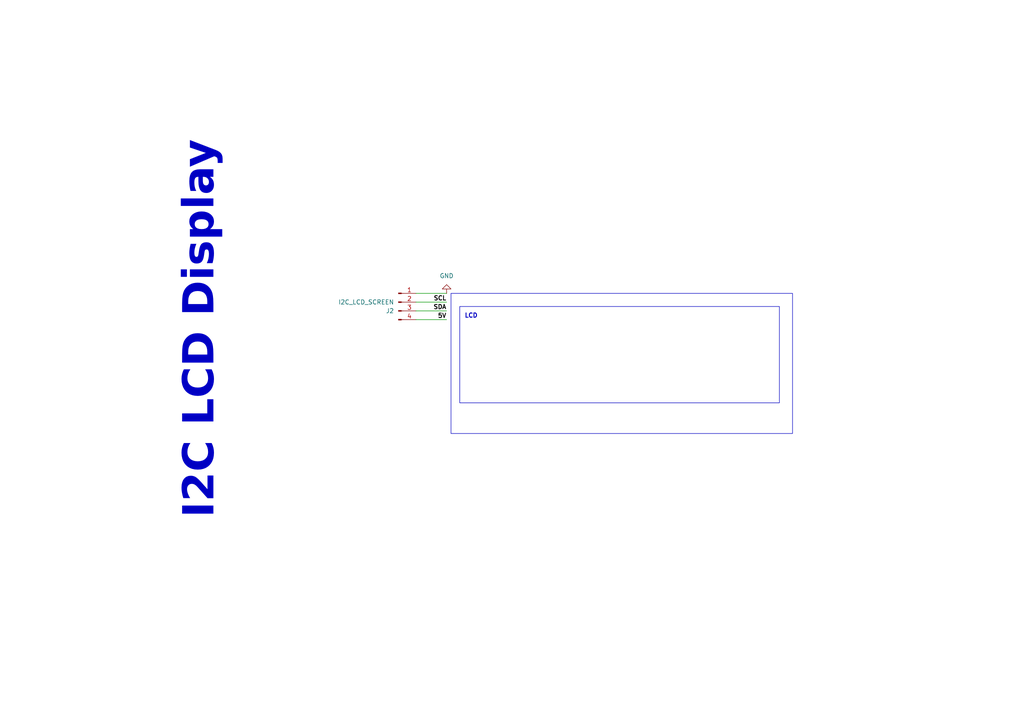
<source format=kicad_sch>
(kicad_sch (version 20231120) (generator "eeschema") (generator_version "8.0")
  (paper "A4")
  (title_block (title "I2C LCD Display") (company "Spectrol Systems"))
  (lib_symbols
    (symbol "Connector:Conn_01x04_Pin" (pin_names (offset 1.016) hide)
      (property "Reference" "J" (at 0 5.08 0))
      (property "Value" "Conn_01x04_Pin" (at 0 -7.62 0))
      (symbol "Conn_01x04_Pin_1_1"
        (polyline (pts (xy 1.27 -5.08) (xy 0.8636 -5.08)) (stroke (width 0.1524)))
        (polyline (pts (xy 1.27 -2.54) (xy 0.8636 -2.54)) (stroke (width 0.1524)))
        (polyline (pts (xy 1.27 0) (xy 0.8636 0)) (stroke (width 0.1524)))
        (polyline (pts (xy 1.27 2.54) (xy 0.8636 2.54)) (stroke (width 0.1524)))
        (rectangle (start 0.8636 -4.953) (end 0 -5.207) (stroke (width 0.1524)) (fill (type outline)))
        (rectangle (start 0.8636 -2.413) (end 0 -2.667) (stroke (width 0.1524)) (fill (type outline)))
        (rectangle (start 0.8636 0.127) (end 0 -0.127) (stroke (width 0.1524)) (fill (type outline)))
        (rectangle (start 0.8636 2.667) (end 0 2.413) (stroke (width 0.1524)) (fill (type outline)))
        (pin passive line (at 5.08 2.54 180) (length 3.81) (name "Pin_1") (number "1"))
        (pin passive line (at 5.08 0 180) (length 3.81) (name "Pin_2") (number "2"))
        (pin passive line (at 5.08 -2.54 180) (length 3.81) (name "Pin_3") (number "3"))
        (pin passive line (at 5.08 -5.08 180) (length 3.81) (name "Pin_4") (number "4"))
      )
    )
    (symbol "power:GND" (power) (pin_numbers hide) (pin_names (offset 0) hide)
      (property "Value" "GND" (at 0 -3.81 0))
      (symbol "GND_0_1"
        (polyline (pts (xy 0 0) (xy 0 -1.27) (xy 1.27 -1.27) (xy 0 -2.54) (xy -1.27 -1.27) (xy 0 -1.27)))
      )
      (symbol "GND_1_1"
        (pin power_in line (at 0 0 270) (length 0) (name "~") (number "1"))
      )
    )
  )
  (wire (pts (xy 129.54 87.63) (xy 120.65 87.63)))
  (wire (pts (xy 129.54 85.09) (xy 120.65 85.09)))
  (wire (pts (xy 129.54 90.17) (xy 120.65 90.17)))
  (wire (pts (xy 129.54 92.71) (xy 120.65 92.71)))
  (rectangle (start 130.81 85.09) (end 229.87 125.73))
  (rectangle (start 133.35 88.9) (end 226.06 116.84))
  (text "LCD\n" (at 136.652 91.694 0) (effects (font (size 1.27 1.27) (bold yes))))
  (text "I2C LCD Display\n" (at 60.452 95.504 90) (effects (font (size 8.89 8.89) (thickness 1.778) (bold yes))))
  (label "SCL" (at 129.54 87.63 180) (effects (font (bold yes))))
  (label "SDA" (at 129.54 90.17 180) (effects (font (bold yes))))
  (label "5V" (at 129.54 92.71 180) (effects (font (bold yes))))
  (symbol (lib_id "Connector:Conn_01x04_Pin") (at 115.57 87.63 0) (unit 1)
    (property "Reference" "J2" (at 114.3 90.1701 0) (effects (justify right)))
    (property "Value" "I2C_LCD_SCREEN" (at 114.3 87.6301 0) (effects (justify right)))
    (property "Footprint" "Connector_PinHeader_2.54mm:PinHeader_1x04_P2.54mm_Vertical" (effects (hide yes)))
    (property "Description" "Generic connector, single row, 01x04, script generated" (effects (hide yes)))
  )
  (symbol (lib_id "power:GND") (at 129.54 85.09 180) (unit 1)
    (property "Reference" "#PWR014" (effects (hide yes)))
    (property "Value" "GND" (at 129.54 80.01 0))
    (property "Description" "Power symbol creates a global label with name \"GND\" , ground" (effects (hide yes)))
  )
)
</source>
